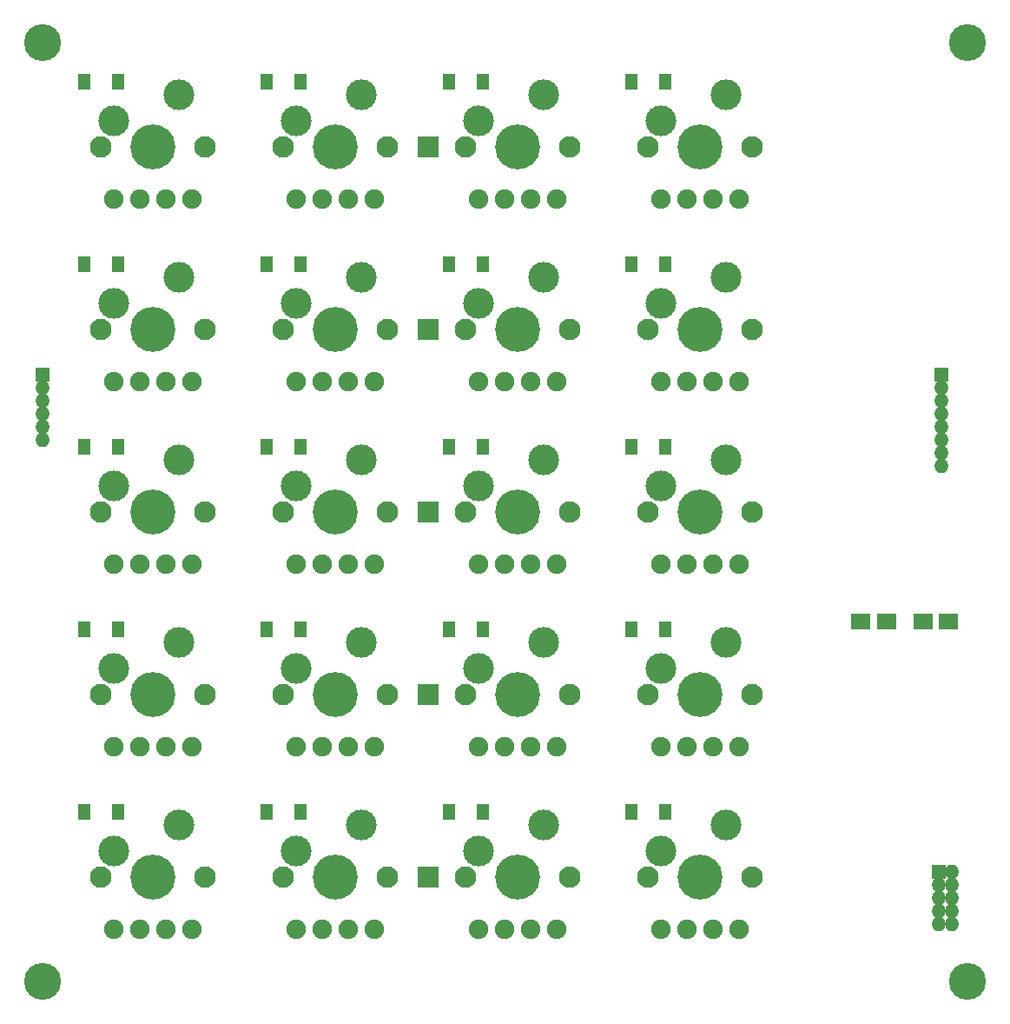
<source format=gbs>
G04 #@! TF.FileFunction,Soldermask,Bot*
%FSLAX46Y46*%
G04 Gerber Fmt 4.6, Leading zero omitted, Abs format (unit mm)*
G04 Created by KiCad (PCBNEW 4.0.6) date 2017 May 15, Monday 05:11:45*
%MOMM*%
%LPD*%
G01*
G04 APERTURE LIST*
%ADD10C,0.100000*%
%ADD11R,2.100000X2.100000*%
%ADD12C,3.600000*%
%ADD13C,4.380180*%
%ADD14C,3.000000*%
%ADD15C,2.099260*%
%ADD16C,1.900000*%
%ADD17R,1.300000X1.600000*%
%ADD18R,1.400000X1.400000*%
%ADD19O,1.400000X1.400000*%
%ADD20R,1.900000X1.650000*%
G04 APERTURE END LIST*
D10*
D11*
X112522000Y-124460000D03*
X112522000Y-106680000D03*
X112522000Y-53340000D03*
X112522000Y-71120000D03*
D12*
X74930000Y-43180000D03*
X74930000Y-134620000D03*
X165100000Y-134620000D03*
D13*
X103505000Y-53340000D03*
D14*
X106045000Y-48260000D03*
X99695000Y-50800000D03*
D15*
X98425000Y-53340000D03*
X108585000Y-53340000D03*
D13*
X121285000Y-71120000D03*
D14*
X123825000Y-66040000D03*
X117475000Y-68580000D03*
D15*
X116205000Y-71120000D03*
X126365000Y-71120000D03*
D13*
X139065000Y-53340000D03*
D14*
X141605000Y-48260000D03*
X135255000Y-50800000D03*
D15*
X133985000Y-53340000D03*
X144145000Y-53340000D03*
D16*
X89535000Y-58420000D03*
X81915000Y-58420000D03*
X86995000Y-58420000D03*
X84455000Y-58420000D03*
X89535000Y-76200000D03*
X81915000Y-76200000D03*
X86995000Y-76200000D03*
X84455000Y-76200000D03*
X89535000Y-93980000D03*
X81915000Y-93980000D03*
X86995000Y-93980000D03*
X84455000Y-93980000D03*
X89535000Y-111760000D03*
X81915000Y-111760000D03*
X86995000Y-111760000D03*
X84455000Y-111760000D03*
X89535000Y-129540000D03*
X81915000Y-129540000D03*
X86995000Y-129540000D03*
X84455000Y-129540000D03*
X107315000Y-129540000D03*
X99695000Y-129540000D03*
X104775000Y-129540000D03*
X102235000Y-129540000D03*
X107315000Y-111760000D03*
X99695000Y-111760000D03*
X104775000Y-111760000D03*
X102235000Y-111760000D03*
X107315000Y-93980000D03*
X99695000Y-93980000D03*
X104775000Y-93980000D03*
X102235000Y-93980000D03*
X107315000Y-76200000D03*
X99695000Y-76200000D03*
X104775000Y-76200000D03*
X102235000Y-76200000D03*
X107315000Y-58420000D03*
X99695000Y-58420000D03*
X104775000Y-58420000D03*
X102235000Y-58420000D03*
X125095000Y-58420000D03*
X117475000Y-58420000D03*
X122555000Y-58420000D03*
X120015000Y-58420000D03*
X125095000Y-76200000D03*
X117475000Y-76200000D03*
X122555000Y-76200000D03*
X120015000Y-76200000D03*
X125095000Y-93980000D03*
X117475000Y-93980000D03*
X122555000Y-93980000D03*
X120015000Y-93980000D03*
X125095000Y-111760000D03*
X117475000Y-111760000D03*
X122555000Y-111760000D03*
X120015000Y-111760000D03*
X125095000Y-129540000D03*
X117475000Y-129540000D03*
X122555000Y-129540000D03*
X120015000Y-129540000D03*
X142875000Y-129540000D03*
X135255000Y-129540000D03*
X140335000Y-129540000D03*
X137795000Y-129540000D03*
X142875000Y-111760000D03*
X135255000Y-111760000D03*
X140335000Y-111760000D03*
X137795000Y-111760000D03*
X142875000Y-93980000D03*
X135255000Y-93980000D03*
X140335000Y-93980000D03*
X137795000Y-93980000D03*
X142875000Y-76200000D03*
X135255000Y-76200000D03*
X140335000Y-76200000D03*
X137795000Y-76200000D03*
X142875000Y-58420000D03*
X135255000Y-58420000D03*
X140335000Y-58420000D03*
X137795000Y-58420000D03*
D17*
X82295000Y-46990000D03*
X78995000Y-46990000D03*
X82295000Y-64770000D03*
X78995000Y-64770000D03*
X82295000Y-82550000D03*
X78995000Y-82550000D03*
X82295000Y-100330000D03*
X78995000Y-100330000D03*
X82295000Y-118110000D03*
X78995000Y-118110000D03*
X100075000Y-118110000D03*
X96775000Y-118110000D03*
X100075000Y-100330000D03*
X96775000Y-100330000D03*
X100075000Y-82550000D03*
X96775000Y-82550000D03*
X100075000Y-64770000D03*
X96775000Y-64770000D03*
X100075000Y-46990000D03*
X96775000Y-46990000D03*
X117855000Y-46990000D03*
X114555000Y-46990000D03*
X117855000Y-64770000D03*
X114555000Y-64770000D03*
X117855000Y-82550000D03*
X114555000Y-82550000D03*
X117855000Y-100330000D03*
X114555000Y-100330000D03*
X117855000Y-118110000D03*
X114555000Y-118110000D03*
X135635000Y-118110000D03*
X132335000Y-118110000D03*
X135635000Y-100330000D03*
X132335000Y-100330000D03*
X135635000Y-82550000D03*
X132335000Y-82550000D03*
X135635000Y-64770000D03*
X132335000Y-64770000D03*
X135635000Y-46990000D03*
X132335000Y-46990000D03*
D13*
X85725000Y-53340000D03*
D14*
X88265000Y-48260000D03*
X81915000Y-50800000D03*
D15*
X80645000Y-53340000D03*
X90805000Y-53340000D03*
D13*
X85725000Y-71120000D03*
D14*
X88265000Y-66040000D03*
X81915000Y-68580000D03*
D15*
X80645000Y-71120000D03*
X90805000Y-71120000D03*
D13*
X85725000Y-88900000D03*
D14*
X88265000Y-83820000D03*
X81915000Y-86360000D03*
D15*
X80645000Y-88900000D03*
X90805000Y-88900000D03*
D13*
X85725000Y-106680000D03*
D14*
X88265000Y-101600000D03*
X81915000Y-104140000D03*
D15*
X80645000Y-106680000D03*
X90805000Y-106680000D03*
D13*
X85725000Y-124460000D03*
D14*
X88265000Y-119380000D03*
X81915000Y-121920000D03*
D15*
X80645000Y-124460000D03*
X90805000Y-124460000D03*
D13*
X103505000Y-124460000D03*
D14*
X106045000Y-119380000D03*
X99695000Y-121920000D03*
D15*
X98425000Y-124460000D03*
X108585000Y-124460000D03*
D13*
X103505000Y-106680000D03*
D14*
X106045000Y-101600000D03*
X99695000Y-104140000D03*
D15*
X98425000Y-106680000D03*
X108585000Y-106680000D03*
D13*
X103505000Y-88900000D03*
D14*
X106045000Y-83820000D03*
X99695000Y-86360000D03*
D15*
X98425000Y-88900000D03*
X108585000Y-88900000D03*
D13*
X103505000Y-71120000D03*
D14*
X106045000Y-66040000D03*
X99695000Y-68580000D03*
D15*
X98425000Y-71120000D03*
X108585000Y-71120000D03*
D13*
X121285000Y-53340000D03*
D14*
X123825000Y-48260000D03*
X117475000Y-50800000D03*
D15*
X116205000Y-53340000D03*
X126365000Y-53340000D03*
D13*
X121285000Y-88900000D03*
D14*
X123825000Y-83820000D03*
X117475000Y-86360000D03*
D15*
X116205000Y-88900000D03*
X126365000Y-88900000D03*
D13*
X121285000Y-106680000D03*
D14*
X123825000Y-101600000D03*
X117475000Y-104140000D03*
D15*
X116205000Y-106680000D03*
X126365000Y-106680000D03*
D13*
X121285000Y-124460000D03*
D14*
X123825000Y-119380000D03*
X117475000Y-121920000D03*
D15*
X116205000Y-124460000D03*
X126365000Y-124460000D03*
D13*
X139065000Y-124460000D03*
D14*
X141605000Y-119380000D03*
X135255000Y-121920000D03*
D15*
X133985000Y-124460000D03*
X144145000Y-124460000D03*
D13*
X139065000Y-106680000D03*
D14*
X141605000Y-101600000D03*
X135255000Y-104140000D03*
D15*
X133985000Y-106680000D03*
X144145000Y-106680000D03*
D13*
X139065000Y-88900000D03*
D14*
X141605000Y-83820000D03*
X135255000Y-86360000D03*
D15*
X133985000Y-88900000D03*
X144145000Y-88900000D03*
D13*
X139065000Y-71120000D03*
D14*
X141605000Y-66040000D03*
X135255000Y-68580000D03*
D15*
X133985000Y-71120000D03*
X144145000Y-71120000D03*
D18*
X162560000Y-75565000D03*
D19*
X162560000Y-76835000D03*
X162560000Y-78105000D03*
X162560000Y-79375000D03*
X162560000Y-80645000D03*
X162560000Y-81915000D03*
X162560000Y-83185000D03*
X162560000Y-84455000D03*
D18*
X74930000Y-75565000D03*
D19*
X74930000Y-76835000D03*
X74930000Y-78105000D03*
X74930000Y-79375000D03*
X74930000Y-80645000D03*
X74930000Y-81915000D03*
D12*
X165100000Y-43180000D03*
D20*
X154706000Y-99568000D03*
X157206000Y-99568000D03*
X160782000Y-99568000D03*
X163282000Y-99568000D03*
D11*
X112522000Y-88900000D03*
D18*
X162306000Y-123952000D03*
D19*
X163576000Y-123952000D03*
X162306000Y-125222000D03*
X163576000Y-125222000D03*
X162306000Y-126492000D03*
X163576000Y-126492000D03*
X162306000Y-127762000D03*
X163576000Y-127762000D03*
X162306000Y-129032000D03*
X163576000Y-129032000D03*
M02*

</source>
